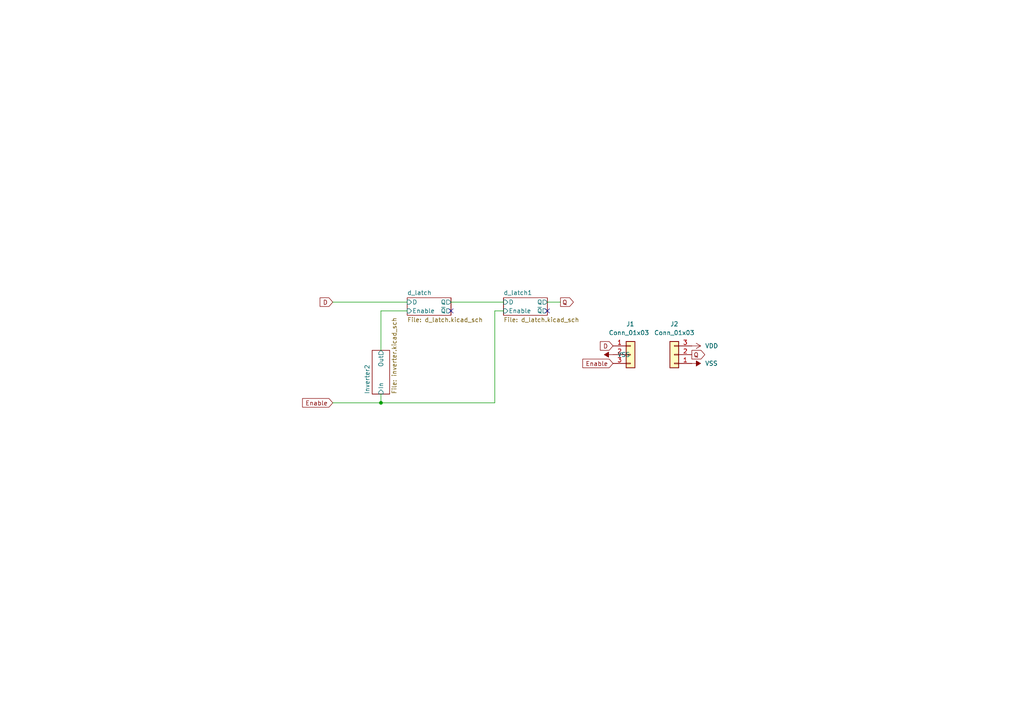
<source format=kicad_sch>
(kicad_sch (version 20211123) (generator eeschema)
  (paper "A4")
  (lib_symbols
    (symbol "Connector_Generic:Conn_01x03" (pin_names (offset 1.016) hide)
      (property "Reference" "J" (at 0 5.08 0))
      (property "Value" "Conn_01x03" (at 0 -5.08 0))
      (symbol "Conn_01x03_1_1"
        (rectangle (start -1.27 -2.413) (end 0 -2.667) (stroke (width 0.1524)))
        (rectangle (start -1.27 0.127) (end 0 -0.127) (stroke (width 0.1524)))
        (rectangle (start -1.27 2.667) (end 0 2.413) (stroke (width 0.1524)))
        (rectangle (start -1.27 3.81) (end 1.27 -3.81) (stroke (width 0.254)) (fill (type background)))
        (pin passive line (at -5.08 2.54 0) (length 3.81) (name "Pin_1") (number "1"))
        (pin passive line (at -5.08 0 0) (length 3.81) (name "Pin_2") (number "2"))
        (pin passive line (at -5.08 -2.54 0) (length 3.81) (name "Pin_3") (number "3"))
      )
    )
    (symbol "power:VDD" (power) (pin_names (offset 0))
      (property "Value" "VDD" (at 0 3.81 0))
      (symbol "VDD_0_1"
        (polyline (pts (xy -0.762 1.27) (xy 0 2.54)))
        (polyline (pts (xy 0 0) (xy 0 2.54)))
        (polyline (pts (xy 0 2.54) (xy 0.762 1.27)))
      )
      (symbol "VDD_1_1"
        (pin power_in line (at 0 0 90) (length 0) hide (name "VDD") (number "1"))
      )
    )
    (symbol "power:VSS" (power) (pin_names (offset 0))
      (property "Value" "VSS" (at 0 3.81 0))
      (symbol "VSS_0_1"
        (polyline (pts (xy 0 0) (xy 0 2.54)))
        (polyline (pts (xy 0.762 1.27) (xy -0.762 1.27) (xy 0 2.54) (xy 0.762 1.27)) (fill (type outline)))
      )
      (symbol "VSS_1_1"
        (pin power_in line (at 0 0 90) (length 0) hide (name "VSS") (number "1"))
      )
    )
  )
  (junction (at 110.49 116.84))
  (no_connect (at 158.75 90.17))
  (no_connect (at 130.81 90.17))
  (wire (pts (xy 110.49 90.17) (xy 118.11 90.17)))
  (wire (pts (xy 143.51 90.17) (xy 143.51 116.84)))
  (wire (pts (xy 110.49 116.84) (xy 110.49 114.3)))
  (wire (pts (xy 158.75 87.63) (xy 162.56 87.63)))
  (wire (pts (xy 96.52 116.84) (xy 110.49 116.84)))
  (wire (pts (xy 130.81 87.63) (xy 146.05 87.63)))
  (wire (pts (xy 96.52 87.63) (xy 118.11 87.63)))
  (wire (pts (xy 143.51 116.84) (xy 110.49 116.84)))
  (wire (pts (xy 110.49 101.6) (xy 110.49 90.17)))
  (wire (pts (xy 146.05 90.17) (xy 143.51 90.17)))
  (global_label "D" (shape input) (at 177.8 100.33 180) (property "Intersheet References" "${INTERSHEET_REFS}" (effects hide)))
  (global_label "Enable" (shape input) (at 177.8 105.41 180) (property "Intersheet References" "${INTERSHEET_REFS}" (effects hide)))
  (global_label "Q" (shape output) (at 162.56 87.63 0) (property "Intersheet References" "${INTERSHEET_REFS}" (effects hide)))
  (global_label "Enable" (shape input) (at 96.52 116.84 180) (property "Intersheet References" "${INTERSHEET_REFS}" (effects hide)))
  (global_label "D" (shape input) (at 96.52 87.63 180) (property "Intersheet References" "${INTERSHEET_REFS}" (effects hide)))
  (global_label "Q" (shape output) (at 200.66 102.87 0) (property "Intersheet References" "${INTERSHEET_REFS}" (effects hide)))
  (symbol (lib_id "Connector_Generic:Conn_01x03") (at 182.88 102.87 0) (unit 1)
    (property "Reference" "J1" (at 181.61 93.98 0) (effects (justify left)))
    (property "Value" "Conn_01x03" (at 176.53 96.52 0) (effects (justify left)))
    (property "Footprint" "Castellation:Hybrid_Castellation_1x03_P2.54" (effects hide))
  )
  (symbol (lib_id "power:VSS") (at 177.8 102.87 90) (unit 1)
    (property "Reference" "#PWR023" (effects hide))
    (property "Value" "VSS" (at 179.07 102.8699 90) (effects (justify right)))
  )
  (symbol (lib_id "power:VDD") (at 200.66 100.33 270) (unit 1)
    (property "Reference" "#PWR024" (effects hide))
    (property "Value" "VDD" (at 204.47 100.3299 90) (effects (justify left)))
  )
  (symbol (lib_id "Connector_Generic:Conn_01x03") (at 195.58 102.87 180) (unit 1)
    (property "Reference" "J2" (at 195.58 93.98 0))
    (property "Value" "Conn_01x03" (at 195.58 96.52 0))
    (property "Footprint" "Castellation:Hybrid_Castellation_1x03_P2.54" (effects hide))
  )
  (symbol (lib_id "power:VSS") (at 200.66 105.41 270) (unit 1)
    (property "Reference" "#PWR025" (effects hide))
    (property "Value" "VSS" (at 204.47 105.4099 90) (effects (justify left)))
  )
  (sheet (at 118.11 86.36) (size 12.7 5.08) (stroke (width 0.1524))
    (property "Sheet name" "d_latch" (at 118.11 85.6484 0) (effects (justify left bottom)))
    (property "Sheet file" "d_latch.kicad_sch" (at 118.11 92.0246 0) (effects (justify left top)))
    (pin "Q" output (at 130.81 87.63 0))
    (pin "~{Q}" output (at 130.81 90.17 0))
    (pin "Enable" input (at 118.11 90.17 180))
    (pin "D" input (at 118.11 87.63 180))
  )
  (sheet (at 107.95 101.6) (size 5.08 12.7) (stroke (width 0.1524))
    (property "Sheet name" "Inverter2" (at 107.2384 114.3 90) (effects (justify left bottom)))
    (property "Sheet file" "inverter.kicad_sch" (at 113.6146 114.3 90) (effects (justify left top)))
    (pin "In" input (at 110.49 114.3 270))
    (pin "Out" output (at 110.49 101.6 90))
  )
  (sheet (at 146.05 86.36) (size 12.7 5.08) (stroke (width 0.1524))
    (property "Sheet name" "d_latch1" (at 146.05 85.6484 0) (effects (justify left bottom)))
    (property "Sheet file" "d_latch.kicad_sch" (at 146.05 92.0246 0) (effects (justify left top)))
    (pin "Q" output (at 158.75 87.63 0))
    (pin "~{Q}" output (at 158.75 90.17 0))
    (pin "Enable" input (at 146.05 90.17 180))
    (pin "D" input (at 146.05 87.63 180))
  )
)
</source>
